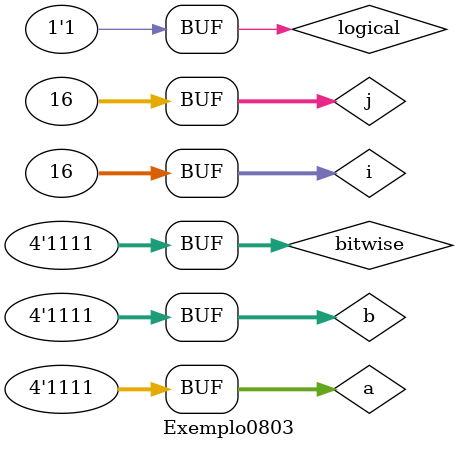
<source format=v>
/*
Arquitetura de Computadores I - Pucminas
Pedro Henrique Lima Carvalho
Matricula: 651230
Turno: Tarde
Guia 08
Exemplo0803
*/

module Exemplo0803;

//definicoes
integer i, j;
reg[3:0] a, b;
wire[3:0] bitwise;
wire logical;

xnor XNOR0 (bitwise[0], a[0], b[0]);
xnor XNOR1 (bitwise[1], a[1], b[1]);
xnor XNOR2 (bitwise[2], a[2], b[2]);
xnor XNOR3 (bitwise[3], a[3], b[3]);

and(logical, bitwise[0], bitwise[1], bitwise[2], bitwise[3]);

initial
begin: main
$display("Exemplo_0803");
$display("Pedro Henrique Lima Carvalho 651230");
$display("  a      b      bitwise  | logical");

a=0; b=0;

//monitor
#1 $monitor("%b %b %b | %b", a, b, bitwise[3:0], logical);

for (i = 0; i < 16; i=i+1) begin
  for (j = 0; j < 16; j=j+1) begin
    #1 a=i; b=j;
  end
end
end
endmodule

</source>
